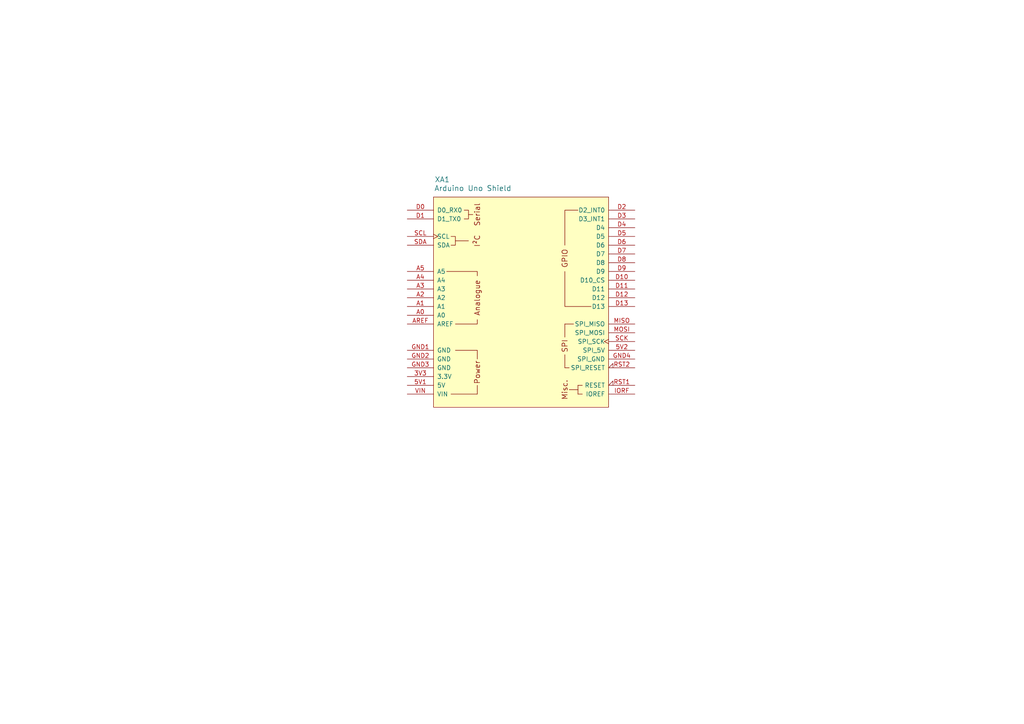
<source format=kicad_sch>
(kicad_sch (version 20230121) (generator eeschema)
  (paper "A4")
  (title_block (title "Arduino Uno Shield") (date "2021-06-26") (rev "1") (company "Lucas Martín Treser"))
  (lib_symbols
    (symbol "arduino:Arduino_Uno_Shield" (pin_names (offset 1.016))
      (property "Reference" "XA" (at 2.54 0 90))
      (property "Value" "Arduino_Uno_Shield" (at -2.54 0 90))
      (symbol "Arduino_Uno_Shield_0_0"
        (rectangle (start -25.4 30.48) (end 25.4 -30.48) (fill (type background)))
        (rectangle (start -20.32 -26.67) (end -12.7 -26.67))
        (rectangle (start -19.05 -13.97) (end -12.7 -13.97))
        (polyline (pts (xy -19.05 17.78) (xy -15.24 17.78)))
        (polyline (pts (xy -15.24 25.4) (xy -13.97 25.4)))
        (polyline (pts (xy -12.7 -26.67) (xy -12.7 -24.13)))
        (polyline (pts (xy -12.7 -15.24) (xy -12.7 -16.51)))
        (polyline (pts (xy -12.7 -13.97) (xy -12.7 -15.24)))
        (polyline (pts (xy -12.7 -5.08) (xy -12.7 -6.35) (xy -19.05 -6.35)))
        (polyline (pts (xy -12.7 7.62) (xy -12.7 8.89) (xy -21.59 8.89)))
        (polyline (pts (xy 12.7 8.89) (xy 12.7 -1.27) (xy 20.32 -1.27)))
        (polyline (pts (xy 12.7 16.51) (xy 12.7 26.67) (xy 16.51 26.67)))
        (polyline (pts (xy -20.32 19.05) (xy -19.05 19.05) (xy -19.05 16.51) (xy -20.32 16.51)))
        (polyline (pts (xy -16.51 26.67) (xy -15.24 26.67) (xy -15.24 24.13) (xy -16.51 24.13)))
        (rectangle (start 12.7 -19.05) (end 12.7 -15.24))
        (rectangle (start 12.7 -10.16) (end 12.7 -6.35))
        (rectangle (start 13.97 -19.05) (end 12.7 -19.05))
        (rectangle (start 15.24 -6.35) (end 12.7 -6.35))
        (rectangle (start 16.51 -25.4) (end 13.97 -25.4))
        (rectangle (start 16.51 -24.13) (end 16.51 -26.67))
        (rectangle (start 17.78 -26.67) (end 16.51 -26.67))
        (rectangle (start 17.78 -24.13) (end 16.51 -24.13))
        (text "Analogue" (at -12.7 1.27 900) (effects (font (size 1.524 1.524))))
        (text "I²C" (at -12.7 17.78 900) (effects (font (size 1.524 1.524))))
        (text "Misc." (at 12.7 -25.4 900) (effects (font (size 1.524 1.524))))
        (text "Power" (at -12.7 -20.32 900) (effects (font (size 1.524 1.524))))
        (text "Serial" (at -12.7 25.4 900) (effects (font (size 1.524 1.524))))
        (text "SPI" (at 12.7 -12.7 900) (effects (font (size 1.524 1.524))))
      )
      (symbol "Arduino_Uno_Shield_1_0"
        (text "GPIO" (at 12.7 12.7 900) (effects (font (size 1.524 1.524))))
      )
      (symbol "Arduino_Uno_Shield_1_1"
        (pin power_in line (at -33.02 -21.59 0) (length 7.62) (name "3.3V") (number "3V3"))
        (pin power_in line (at -33.02 -24.13 0) (length 7.62) (name "5V") (number "5V1"))
        (pin power_in line (at 33.02 -13.97 180) (length 7.62) (name "SPI_5V") (number "5V2"))
        (pin bidirectional line (at -33.02 -3.81 0) (length 7.62) (name "A0") (number "A0"))
        (pin bidirectional line (at -33.02 -1.27 0) (length 7.62) (name "A1") (number "A1"))
        (pin bidirectional line (at -33.02 1.27 0) (length 7.62) (name "A2") (number "A2"))
        (pin bidirectional line (at -33.02 3.81 0) (length 7.62) (name "A3") (number "A3"))
        (pin bidirectional line (at -33.02 6.35 0) (length 7.62) (name "A4") (number "A4"))
        (pin bidirectional line (at -33.02 8.89 0) (length 7.62) (name "A5") (number "A5"))
        (pin input line (at -33.02 -6.35 0) (length 7.62) (name "AREF") (number "AREF"))
        (pin bidirectional line (at -33.02 26.67 0) (length 7.62) (name "D0_RX0") (number "D0"))
        (pin bidirectional line (at -33.02 24.13 0) (length 7.62) (name "D1_TX0") (number "D1"))
        (pin bidirectional line (at 33.02 6.35 180) (length 7.62) (name "D10_CS") (number "D10"))
        (pin bidirectional line (at 33.02 3.81 180) (length 7.62) (name "D11") (number "D11"))
        (pin bidirectional line (at 33.02 1.27 180) (length 7.62) (name "D12") (number "D12"))
        (pin bidirectional line (at 33.02 -1.27 180) (length 7.62) (name "D13") (number "D13"))
        (pin bidirectional line (at 33.02 26.67 180) (length 7.62) (name "D2_INT0") (number "D2"))
        (pin bidirectional line (at 33.02 24.13 180) (length 7.62) (name "D3_INT1") (number "D3"))
        (pin bidirectional line (at 33.02 21.59 180) (length 7.62) (name "D4") (number "D4"))
        (pin bidirectional line (at 33.02 19.05 180) (length 7.62) (name "D5") (number "D5"))
        (pin bidirectional line (at 33.02 16.51 180) (length 7.62) (name "D6") (number "D6"))
        (pin bidirectional line (at 33.02 13.97 180) (length 7.62) (name "D7") (number "D7"))
        (pin bidirectional line (at 33.02 11.43 180) (length 7.62) (name "D8") (number "D8"))
        (pin bidirectional line (at 33.02 8.89 180) (length 7.62) (name "D9") (number "D9"))
        (pin power_in line (at -33.02 -13.97 0) (length 7.62) (name "GND") (number "GND1"))
        (pin power_in line (at -33.02 -16.51 0) (length 7.62) (name "GND") (number "GND2"))
        (pin power_in line (at -33.02 -19.05 0) (length 7.62) (name "GND") (number "GND3"))
        (pin power_in line (at 33.02 -16.51 180) (length 7.62) (name "SPI_GND") (number "GND4"))
        (pin output line (at 33.02 -26.67 180) (length 7.62) (name "IOREF") (number "IORF"))
        (pin input line (at 33.02 -6.35 180) (length 7.62) (name "SPI_MISO") (number "MISO"))
        (pin output line (at 33.02 -8.89 180) (length 7.62) (name "SPI_MOSI") (number "MOSI"))
        (pin open_collector input_low (at 33.02 -24.13 180) (length 7.62) (name "RESET") (number "RST1"))
        (pin open_collector input_low (at 33.02 -19.05 180) (length 7.62) (name "SPI_RESET") (number "RST2"))
        (pin output clock (at 33.02 -11.43 180) (length 7.62) (name "SPI_SCK") (number "SCK"))
        (pin bidirectional clock (at -33.02 19.05 0) (length 7.62) (name "SCL") (number "SCL"))
        (pin bidirectional line (at -33.02 16.51 0) (length 7.62) (name "SDA") (number "SDA"))
        (pin power_in line (at -33.02 -26.67 0) (length 7.62) (name "VIN") (number "VIN"))
      )
    )
  )
  (symbol (lib_id "arduino:Arduino_Uno_Shield") (at 151.13 87.63 0) (unit 1)
    (property "Reference" "XA1" (at 128.27 52.07 0) (effects (font (size 1.524 1.524))))
    (property "Value" "Arduino Uno Shield" (at 137.16 54.61 0) (effects (font (size 1.524 1.524))))
    (property "Footprint" "Arduino:Arduino_Uno_Shield" (effects hide))
    (property "Datasheet" "https://store.arduino.cc/arduino-uno-rev3" (effects hide))
  )
)
</source>
